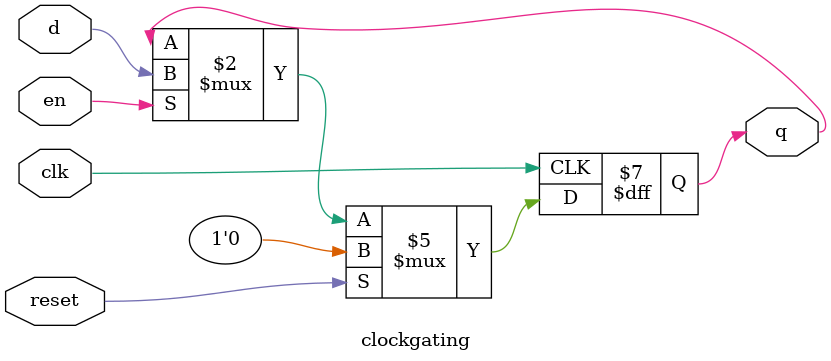
<source format=v>
`timescale 1ns / 1ps


module clockgating(
    input clk, 
    input reset,
    input en,
    input d,
    output reg q
    );
    
    always @(posedge clk) begin
        if (reset) begin
            q <= 1'b0;
        end
        else if (en) begin
            q <= d ;
        end
    end
    
endmodule

</source>
